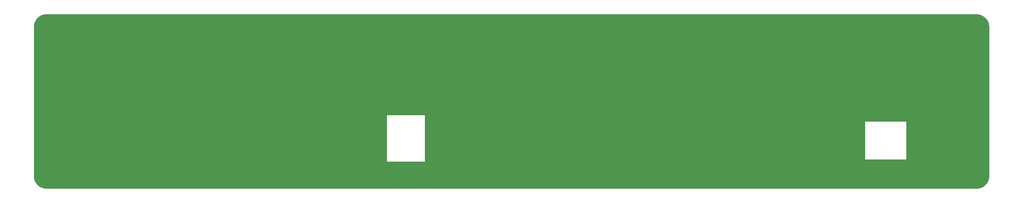
<source format=gbr>
%TF.GenerationSoftware,KiCad,Pcbnew,7.0.5-0*%
%TF.CreationDate,2024-02-04T17:42:31+01:00*%
%TF.ProjectId,Frontpanel,46726f6e-7470-4616-9e65-6c2e6b696361,rev?*%
%TF.SameCoordinates,Original*%
%TF.FileFunction,Copper,L1,Top*%
%TF.FilePolarity,Positive*%
%FSLAX46Y46*%
G04 Gerber Fmt 4.6, Leading zero omitted, Abs format (unit mm)*
G04 Created by KiCad (PCBNEW 7.0.5-0) date 2024-02-04 17:42:31*
%MOMM*%
%LPD*%
G01*
G04 APERTURE LIST*
%TA.AperFunction,ComponentPad*%
%ADD10C,10.200000*%
%TD*%
%TA.AperFunction,ComponentPad*%
%ADD11C,4.500000*%
%TD*%
%TA.AperFunction,ComponentPad*%
%ADD12C,4.100000*%
%TD*%
%TA.AperFunction,ComponentPad*%
%ADD13C,24.600000*%
%TD*%
%TA.AperFunction,ComponentPad*%
%ADD14C,5.600000*%
%TD*%
%TA.AperFunction,ViaPad*%
%ADD15C,4.500000*%
%TD*%
G04 APERTURE END LIST*
D10*
%TO.P,J4,1,Shield*%
%TO.N,GND*%
X208500000Y-86300000D03*
X208500000Y-100300000D03*
D11*
X217500000Y-93300000D03*
%TD*%
D10*
%TO.P,J3,1,Shield*%
%TO.N,GND*%
X183500000Y-86300000D03*
X183500000Y-100300000D03*
D11*
X192500000Y-93300000D03*
%TD*%
D12*
%TO.P,J2,1,Shield*%
%TO.N,GND*%
X81500000Y-79750000D03*
D13*
X91000000Y-91750000D03*
D12*
X100500000Y-103750000D03*
%TD*%
%TO.P,J1,1,Shield*%
%TO.N,GND*%
X54500000Y-79750000D03*
D13*
X64000000Y-91750000D03*
D12*
X73500000Y-103750000D03*
%TD*%
D14*
%TO.P,H4,1,1*%
%TO.N,GND*%
X250500000Y-110400000D03*
%TD*%
%TO.P,H1,1,1*%
%TO.N,GND*%
X30500000Y-110400000D03*
%TD*%
%TO.P,H2,1,1*%
%TO.N,GND*%
X30500000Y-75000000D03*
%TD*%
%TO.P,H3,1,1*%
%TO.N,GND*%
X250500000Y-75000000D03*
%TD*%
D15*
%TO.N,GND*%
X229000000Y-91000000D03*
%TD*%
%TA.AperFunction,Conductor*%
%TO.N,GND*%
G36*
X250501620Y-72000584D02*
G01*
X250633434Y-72007493D01*
X250817027Y-72017803D01*
X250823212Y-72018465D01*
X250975667Y-72042611D01*
X251138178Y-72070223D01*
X251143811Y-72071453D01*
X251296699Y-72112419D01*
X251398647Y-72141790D01*
X251451724Y-72157082D01*
X251456766Y-72158772D01*
X251605467Y-72215852D01*
X251606828Y-72216395D01*
X251754017Y-72277362D01*
X251758412Y-72279388D01*
X251833591Y-72317694D01*
X251900993Y-72352038D01*
X251902835Y-72353016D01*
X251969888Y-72390074D01*
X252041480Y-72429641D01*
X252045215Y-72431882D01*
X252179797Y-72519281D01*
X252181907Y-72520714D01*
X252252735Y-72570969D01*
X252310764Y-72612142D01*
X252313886Y-72614510D01*
X252438748Y-72715621D01*
X252441034Y-72717567D01*
X252558721Y-72822738D01*
X252561248Y-72825128D01*
X252674870Y-72938750D01*
X252677260Y-72941277D01*
X252782431Y-73058964D01*
X252784385Y-73061260D01*
X252885480Y-73186102D01*
X252887862Y-73189243D01*
X252979284Y-73318091D01*
X252980717Y-73320201D01*
X253021560Y-73383093D01*
X253068106Y-73454767D01*
X253070364Y-73458531D01*
X253146982Y-73597163D01*
X253147960Y-73599005D01*
X253220604Y-73741574D01*
X253222643Y-73745997D01*
X253283570Y-73893087D01*
X253284171Y-73894595D01*
X253341221Y-74043217D01*
X253342916Y-74048274D01*
X253387579Y-74203299D01*
X253428541Y-74356170D01*
X253429778Y-74361835D01*
X253457399Y-74524400D01*
X253481530Y-74676758D01*
X253482196Y-74682985D01*
X253492511Y-74866652D01*
X253499415Y-74998377D01*
X253499500Y-75001623D01*
X253499500Y-110398376D01*
X253499415Y-110401622D01*
X253492511Y-110533346D01*
X253482196Y-110717013D01*
X253481530Y-110723240D01*
X253457399Y-110875598D01*
X253429778Y-111038163D01*
X253428541Y-111043828D01*
X253387579Y-111196699D01*
X253342916Y-111351724D01*
X253341221Y-111356781D01*
X253284171Y-111505403D01*
X253283570Y-111506911D01*
X253222643Y-111654001D01*
X253220604Y-111658424D01*
X253147960Y-111800993D01*
X253146982Y-111802835D01*
X253070364Y-111941467D01*
X253068097Y-111945246D01*
X252980717Y-112079797D01*
X252979284Y-112081907D01*
X252887862Y-112210755D01*
X252885480Y-112213896D01*
X252784385Y-112338738D01*
X252782431Y-112341034D01*
X252677260Y-112458721D01*
X252674870Y-112461248D01*
X252561248Y-112574870D01*
X252558721Y-112577260D01*
X252441034Y-112682431D01*
X252438738Y-112684385D01*
X252313896Y-112785480D01*
X252310755Y-112787862D01*
X252181907Y-112879284D01*
X252179797Y-112880717D01*
X252045246Y-112968097D01*
X252041467Y-112970364D01*
X251902835Y-113046982D01*
X251900993Y-113047960D01*
X251758424Y-113120604D01*
X251754001Y-113122643D01*
X251606911Y-113183570D01*
X251605403Y-113184171D01*
X251456781Y-113241221D01*
X251451724Y-113242916D01*
X251296699Y-113287579D01*
X251143828Y-113328541D01*
X251138163Y-113329778D01*
X250975598Y-113357399D01*
X250823240Y-113381530D01*
X250817013Y-113382196D01*
X250633346Y-113392511D01*
X250501622Y-113399415D01*
X250498376Y-113399500D01*
X30501624Y-113399500D01*
X30498378Y-113399415D01*
X30366652Y-113392511D01*
X30182985Y-113382196D01*
X30176758Y-113381530D01*
X30024400Y-113357399D01*
X29861835Y-113329778D01*
X29856170Y-113328541D01*
X29703299Y-113287579D01*
X29548274Y-113242916D01*
X29543217Y-113241221D01*
X29394595Y-113184171D01*
X29393087Y-113183570D01*
X29245997Y-113122643D01*
X29241574Y-113120604D01*
X29099005Y-113047960D01*
X29097163Y-113046982D01*
X28958531Y-112970364D01*
X28954767Y-112968106D01*
X28880513Y-112919885D01*
X28820201Y-112880717D01*
X28818091Y-112879284D01*
X28689243Y-112787862D01*
X28686102Y-112785480D01*
X28561260Y-112684385D01*
X28558964Y-112682431D01*
X28441277Y-112577260D01*
X28438750Y-112574870D01*
X28325128Y-112461248D01*
X28322738Y-112458721D01*
X28217567Y-112341034D01*
X28215613Y-112338738D01*
X28176848Y-112290867D01*
X28114510Y-112213886D01*
X28112136Y-112210755D01*
X28020714Y-112081907D01*
X28019281Y-112079797D01*
X27991119Y-112036432D01*
X27931882Y-111945215D01*
X27929641Y-111941480D01*
X27890074Y-111869888D01*
X27853016Y-111802835D01*
X27852038Y-111800993D01*
X27817694Y-111733591D01*
X27779388Y-111658412D01*
X27777362Y-111654017D01*
X27716395Y-111506828D01*
X27715852Y-111505467D01*
X27658772Y-111356766D01*
X27657082Y-111351724D01*
X27641790Y-111298647D01*
X27612419Y-111196699D01*
X27571453Y-111043811D01*
X27570223Y-111038178D01*
X27542611Y-110875667D01*
X27518465Y-110723212D01*
X27517803Y-110717027D01*
X27507493Y-110533434D01*
X27500584Y-110401621D01*
X27500500Y-110398377D01*
X27500500Y-106975889D01*
X110999416Y-106975889D01*
X110999459Y-107000001D01*
X110999544Y-107000206D01*
X110999616Y-107000382D01*
X110999618Y-107000384D01*
X110999808Y-107000462D01*
X111000000Y-107000541D01*
X111000002Y-107000539D01*
X111024616Y-107000524D01*
X111024616Y-107000528D01*
X111024760Y-107000500D01*
X119975240Y-107000500D01*
X119975383Y-107000528D01*
X119975384Y-107000524D01*
X119999997Y-107000539D01*
X120000000Y-107000541D01*
X120000383Y-107000383D01*
X120000500Y-107000099D01*
X120000499Y-107000099D01*
X120000541Y-107000000D01*
X120000540Y-106999998D01*
X120006892Y-106985028D01*
X120000521Y-106964747D01*
X120000499Y-106962417D01*
X120000499Y-106475889D01*
X224099416Y-106475889D01*
X224099459Y-106500001D01*
X224099544Y-106500206D01*
X224099616Y-106500382D01*
X224099618Y-106500384D01*
X224099808Y-106500462D01*
X224100000Y-106500541D01*
X224100002Y-106500539D01*
X224124616Y-106500524D01*
X224124616Y-106500528D01*
X224124760Y-106500500D01*
X233875240Y-106500500D01*
X233875383Y-106500528D01*
X233875384Y-106500524D01*
X233899997Y-106500539D01*
X233900000Y-106500541D01*
X233900383Y-106500383D01*
X233900500Y-106500099D01*
X233900541Y-106500000D01*
X233900540Y-106499997D01*
X233900583Y-106475889D01*
X233900500Y-106475467D01*
X233900500Y-102018667D01*
X233900499Y-97524754D01*
X233900528Y-97524616D01*
X233900524Y-97524616D01*
X233900539Y-97500002D01*
X233900541Y-97500000D01*
X233900462Y-97499808D01*
X233900384Y-97499618D01*
X233900383Y-97499617D01*
X233900381Y-97499616D01*
X233900090Y-97499496D01*
X233900001Y-97499459D01*
X233875446Y-97499459D01*
X233875240Y-97499500D01*
X224124760Y-97499500D01*
X224124554Y-97499459D01*
X224099998Y-97499459D01*
X224099909Y-97499496D01*
X224099619Y-97499615D01*
X224099615Y-97499618D01*
X224099459Y-97499999D01*
X224099476Y-97524616D01*
X224099471Y-97524616D01*
X224099500Y-97524759D01*
X224099499Y-106475467D01*
X224099416Y-106475889D01*
X120000499Y-106475889D01*
X120000499Y-96008338D01*
X120000539Y-96000002D01*
X120000541Y-96000000D01*
X120000383Y-95999617D01*
X120000381Y-95999616D01*
X120000090Y-95999496D01*
X120000001Y-95999459D01*
X119975446Y-95999459D01*
X119975240Y-95999500D01*
X111024760Y-95999500D01*
X111024554Y-95999459D01*
X110999998Y-95999459D01*
X110999909Y-95999496D01*
X110999619Y-95999615D01*
X110999615Y-95999618D01*
X110999459Y-95999999D01*
X110999476Y-96024616D01*
X110999471Y-96024616D01*
X110999499Y-96024759D01*
X110999500Y-106975467D01*
X110999416Y-106975889D01*
X27500500Y-106975889D01*
X27500500Y-103749999D01*
X71944706Y-103749999D01*
X71950208Y-103819913D01*
X71947901Y-103830890D01*
X71953636Y-103866176D01*
X71954248Y-103871253D01*
X71954834Y-103878695D01*
X71955026Y-103883567D01*
X71955026Y-103913821D01*
X71958603Y-103926589D01*
X71963853Y-103993300D01*
X71963853Y-103993301D01*
X71980978Y-104064631D01*
X71980360Y-104076974D01*
X71992262Y-104112623D01*
X71993741Y-104117787D01*
X71995636Y-104125681D01*
X71996546Y-104130208D01*
X72001068Y-104158034D01*
X72005951Y-104168645D01*
X72020828Y-104230612D01*
X72020831Y-104230623D01*
X72050136Y-104301372D01*
X72051575Y-104314763D01*
X72069756Y-104349403D01*
X72072138Y-104354489D01*
X72075796Y-104363320D01*
X72077326Y-104367416D01*
X72085467Y-104391801D01*
X72091054Y-104400156D01*
X72114221Y-104456087D01*
X72155942Y-104524169D01*
X72159742Y-104538217D01*
X72184037Y-104570548D01*
X72187335Y-104575398D01*
X72193449Y-104585374D01*
X72195487Y-104588961D01*
X72206054Y-104609095D01*
X72211753Y-104615244D01*
X72239654Y-104660773D01*
X72241741Y-104664179D01*
X72295712Y-104727371D01*
X72302094Y-104741615D01*
X72332080Y-104770417D01*
X72336270Y-104774859D01*
X72345810Y-104786028D01*
X72348232Y-104789049D01*
X72359750Y-104804377D01*
X72364994Y-104808490D01*
X72400241Y-104849759D01*
X72465918Y-104905852D01*
X72475015Y-104919788D01*
X72510027Y-104943954D01*
X72515067Y-104947830D01*
X72529200Y-104959900D01*
X72531882Y-104962330D01*
X72542619Y-104972642D01*
X72546906Y-104975023D01*
X72580333Y-105003572D01*
X72585821Y-105008259D01*
X72585824Y-105008261D01*
X72585826Y-105008262D01*
X72662254Y-105055098D01*
X72674091Y-105068181D01*
X72713257Y-105086766D01*
X72719069Y-105089913D01*
X72739174Y-105102234D01*
X72742000Y-105104073D01*
X72749973Y-105109576D01*
X72752881Y-105110634D01*
X72793911Y-105135777D01*
X72793914Y-105135779D01*
X72879767Y-105171340D01*
X72894269Y-105183026D01*
X72936564Y-105195277D01*
X72943040Y-105197548D01*
X72965614Y-105206898D01*
X72970589Y-105208959D01*
X72973447Y-105210228D01*
X72976490Y-105211672D01*
X72977703Y-105211906D01*
X73019375Y-105229168D01*
X73019378Y-105229169D01*
X73019384Y-105229170D01*
X73019388Y-105229172D01*
X73112955Y-105251635D01*
X73129936Y-105261386D01*
X73174214Y-105266762D01*
X73181199Y-105268020D01*
X73256698Y-105286146D01*
X73355907Y-105293953D01*
X73375078Y-105301260D01*
X73420116Y-105299445D01*
X73427468Y-105299585D01*
X73500000Y-105305294D01*
X73602501Y-105297227D01*
X73623473Y-105301632D01*
X73668010Y-105292540D01*
X73675545Y-105291478D01*
X73743302Y-105286146D01*
X73846490Y-105261372D01*
X73868785Y-105262487D01*
X73911576Y-105246258D01*
X73919072Y-105243946D01*
X73980612Y-105229172D01*
X73980617Y-105229170D01*
X73980618Y-105229170D01*
X74081708Y-105187297D01*
X74104766Y-105184817D01*
X74144595Y-105161822D01*
X74151868Y-105158235D01*
X74189517Y-105142641D01*
X74206085Y-105135779D01*
X74206086Y-105135777D01*
X74206089Y-105135777D01*
X74302215Y-105076870D01*
X74325420Y-105070592D01*
X74361174Y-105041401D01*
X74367986Y-105036565D01*
X74404397Y-105014252D01*
X74414173Y-105008263D01*
X74414173Y-105008262D01*
X74414179Y-105008259D01*
X74502432Y-104932883D01*
X74525131Y-104922712D01*
X74555814Y-104888078D01*
X74561956Y-104882045D01*
X74599759Y-104849759D01*
X74758259Y-104664179D01*
X74885777Y-104456089D01*
X74979172Y-104230612D01*
X75036146Y-103993302D01*
X75055294Y-103750000D01*
X75055294Y-103749999D01*
X98944706Y-103749999D01*
X98950208Y-103819913D01*
X98947901Y-103830890D01*
X98953636Y-103866176D01*
X98954248Y-103871253D01*
X98954834Y-103878695D01*
X98955026Y-103883567D01*
X98955026Y-103913821D01*
X98958603Y-103926589D01*
X98963853Y-103993300D01*
X98963853Y-103993301D01*
X98980978Y-104064631D01*
X98980360Y-104076974D01*
X98992262Y-104112623D01*
X98993741Y-104117787D01*
X98995636Y-104125681D01*
X98996546Y-104130208D01*
X99001068Y-104158034D01*
X99005951Y-104168645D01*
X99020828Y-104230612D01*
X99020831Y-104230623D01*
X99050136Y-104301372D01*
X99051575Y-104314763D01*
X99069756Y-104349403D01*
X99072138Y-104354489D01*
X99075796Y-104363320D01*
X99077326Y-104367416D01*
X99085467Y-104391801D01*
X99091054Y-104400156D01*
X99114221Y-104456087D01*
X99155942Y-104524169D01*
X99159742Y-104538217D01*
X99184037Y-104570548D01*
X99187335Y-104575398D01*
X99193449Y-104585374D01*
X99195487Y-104588961D01*
X99206054Y-104609095D01*
X99211753Y-104615244D01*
X99239654Y-104660773D01*
X99241741Y-104664179D01*
X99295712Y-104727371D01*
X99302094Y-104741615D01*
X99332080Y-104770417D01*
X99336270Y-104774859D01*
X99345810Y-104786028D01*
X99348232Y-104789049D01*
X99359750Y-104804377D01*
X99364994Y-104808490D01*
X99400241Y-104849759D01*
X99465918Y-104905852D01*
X99475015Y-104919788D01*
X99510027Y-104943954D01*
X99515067Y-104947830D01*
X99529200Y-104959900D01*
X99531882Y-104962330D01*
X99542619Y-104972642D01*
X99546906Y-104975023D01*
X99580333Y-105003572D01*
X99585821Y-105008259D01*
X99585824Y-105008261D01*
X99585826Y-105008262D01*
X99662254Y-105055098D01*
X99674091Y-105068181D01*
X99713257Y-105086766D01*
X99719069Y-105089913D01*
X99739174Y-105102234D01*
X99742000Y-105104073D01*
X99749973Y-105109576D01*
X99752881Y-105110634D01*
X99793911Y-105135777D01*
X99793914Y-105135779D01*
X99879767Y-105171340D01*
X99894269Y-105183026D01*
X99936564Y-105195277D01*
X99943040Y-105197548D01*
X99965614Y-105206898D01*
X99970589Y-105208959D01*
X99973447Y-105210228D01*
X99976490Y-105211672D01*
X99977703Y-105211906D01*
X100019375Y-105229168D01*
X100019378Y-105229169D01*
X100019384Y-105229170D01*
X100019388Y-105229172D01*
X100112955Y-105251635D01*
X100129936Y-105261386D01*
X100174214Y-105266762D01*
X100181199Y-105268020D01*
X100256698Y-105286146D01*
X100355907Y-105293953D01*
X100375078Y-105301260D01*
X100420116Y-105299445D01*
X100427468Y-105299585D01*
X100500000Y-105305294D01*
X100602501Y-105297227D01*
X100623473Y-105301632D01*
X100668010Y-105292540D01*
X100675545Y-105291478D01*
X100743302Y-105286146D01*
X100846490Y-105261372D01*
X100868785Y-105262487D01*
X100911576Y-105246258D01*
X100919072Y-105243946D01*
X100980612Y-105229172D01*
X100980617Y-105229170D01*
X100980618Y-105229170D01*
X101081708Y-105187297D01*
X101104766Y-105184817D01*
X101144595Y-105161822D01*
X101151868Y-105158235D01*
X101189517Y-105142641D01*
X101206085Y-105135779D01*
X101206086Y-105135777D01*
X101206089Y-105135777D01*
X101302215Y-105076870D01*
X101325420Y-105070592D01*
X101361174Y-105041401D01*
X101367986Y-105036565D01*
X101404397Y-105014252D01*
X101414173Y-105008263D01*
X101414173Y-105008262D01*
X101414179Y-105008259D01*
X101502432Y-104932883D01*
X101525131Y-104922712D01*
X101555814Y-104888078D01*
X101561956Y-104882045D01*
X101599759Y-104849759D01*
X101758259Y-104664179D01*
X101885777Y-104456089D01*
X101979172Y-104230612D01*
X102036146Y-103993302D01*
X102055294Y-103750000D01*
X102036146Y-103506698D01*
X101979172Y-103269388D01*
X101927854Y-103145494D01*
X101885777Y-103043910D01*
X101758262Y-102835826D01*
X101758261Y-102835823D01*
X101599758Y-102650240D01*
X101561969Y-102617965D01*
X101555820Y-102611927D01*
X101530719Y-102583593D01*
X101502437Y-102567120D01*
X101414179Y-102491741D01*
X101414177Y-102491739D01*
X101414175Y-102491738D01*
X101414173Y-102491737D01*
X101368002Y-102463443D01*
X101361178Y-102458600D01*
X101331723Y-102434552D01*
X101302217Y-102423130D01*
X101206088Y-102364222D01*
X101206089Y-102364222D01*
X101151879Y-102341767D01*
X101144598Y-102338177D01*
X101111562Y-102319104D01*
X101081711Y-102312703D01*
X100980623Y-102270831D01*
X100980611Y-102270827D01*
X100919098Y-102256059D01*
X100911580Y-102253741D01*
X100875851Y-102240191D01*
X100846491Y-102238628D01*
X100743302Y-102213854D01*
X100743300Y-102213853D01*
X100743299Y-102213853D01*
X100675566Y-102208522D01*
X100668022Y-102207459D01*
X100630582Y-102199815D01*
X100602505Y-102202773D01*
X100529011Y-102196989D01*
X100500000Y-102194706D01*
X100499999Y-102194706D01*
X100427492Y-102200412D01*
X100420126Y-102200553D01*
X100382013Y-102199017D01*
X100355908Y-102206046D01*
X100256700Y-102213853D01*
X100256698Y-102213853D01*
X100181234Y-102231971D01*
X100174229Y-102233233D01*
X100136512Y-102237813D01*
X100112956Y-102248363D01*
X100019388Y-102270828D01*
X100019386Y-102270828D01*
X100019381Y-102270830D01*
X99977699Y-102288095D01*
X99976763Y-102288195D01*
X99973411Y-102289786D01*
X99970561Y-102291051D01*
X99943054Y-102302445D01*
X99936573Y-102304718D01*
X99900316Y-102315220D01*
X99879769Y-102328659D01*
X99793910Y-102364223D01*
X99793908Y-102364223D01*
X99752879Y-102389366D01*
X99750617Y-102389977D01*
X99741996Y-102395928D01*
X99739172Y-102397766D01*
X99719085Y-102410075D01*
X99713266Y-102413228D01*
X99679479Y-102429260D01*
X99662257Y-102444900D01*
X99585823Y-102491739D01*
X99546905Y-102524978D01*
X99543512Y-102526498D01*
X99531871Y-102537679D01*
X99529188Y-102540109D01*
X99515078Y-102552161D01*
X99510029Y-102556043D01*
X99479640Y-102577019D01*
X99465919Y-102594146D01*
X99400240Y-102650241D01*
X99364993Y-102691510D01*
X99360764Y-102694270D01*
X99348216Y-102710968D01*
X99345796Y-102713987D01*
X99336285Y-102725123D01*
X99332086Y-102729575D01*
X99305897Y-102754730D01*
X99295714Y-102772627D01*
X99241738Y-102835824D01*
X99211752Y-102884756D01*
X99207046Y-102889012D01*
X99195487Y-102911036D01*
X99193455Y-102914613D01*
X99187350Y-102924578D01*
X99184048Y-102929436D01*
X99162692Y-102957855D01*
X99155943Y-102975829D01*
X99114221Y-103043913D01*
X99091053Y-103099844D01*
X99086278Y-103105768D01*
X99077325Y-103132584D01*
X99075799Y-103136671D01*
X99072145Y-103145494D01*
X99069760Y-103150588D01*
X99053687Y-103181212D01*
X99050137Y-103198626D01*
X99020831Y-103269376D01*
X99020827Y-103269388D01*
X99005951Y-103331350D01*
X99001546Y-103339020D01*
X98996546Y-103369786D01*
X98995640Y-103374298D01*
X98994641Y-103378462D01*
X98993742Y-103382204D01*
X98992265Y-103387366D01*
X98981681Y-103419065D01*
X98980979Y-103435369D01*
X98963853Y-103506700D01*
X98958603Y-103573409D01*
X98955026Y-103582793D01*
X98955026Y-103616434D01*
X98954834Y-103621310D01*
X98954247Y-103628749D01*
X98953636Y-103633822D01*
X98948507Y-103665377D01*
X98950208Y-103680085D01*
X98944706Y-103749999D01*
X75055294Y-103749999D01*
X75036146Y-103506698D01*
X74979172Y-103269388D01*
X74927854Y-103145494D01*
X74885777Y-103043910D01*
X74758262Y-102835826D01*
X74758261Y-102835823D01*
X74599758Y-102650240D01*
X74561969Y-102617965D01*
X74555820Y-102611927D01*
X74530719Y-102583593D01*
X74502437Y-102567120D01*
X74414179Y-102491741D01*
X74414177Y-102491739D01*
X74414175Y-102491738D01*
X74414173Y-102491737D01*
X74368002Y-102463443D01*
X74361178Y-102458600D01*
X74331723Y-102434552D01*
X74302217Y-102423130D01*
X74206088Y-102364222D01*
X74206089Y-102364222D01*
X74151879Y-102341767D01*
X74144598Y-102338177D01*
X74111562Y-102319104D01*
X74081711Y-102312703D01*
X73980623Y-102270831D01*
X73980611Y-102270827D01*
X73919098Y-102256059D01*
X73911580Y-102253741D01*
X73875851Y-102240191D01*
X73846491Y-102238628D01*
X73743302Y-102213854D01*
X73743300Y-102213853D01*
X73743299Y-102213853D01*
X73675566Y-102208522D01*
X73668022Y-102207459D01*
X73630582Y-102199815D01*
X73602505Y-102202773D01*
X73529011Y-102196989D01*
X73500000Y-102194706D01*
X73499999Y-102194706D01*
X73427492Y-102200412D01*
X73420126Y-102200553D01*
X73382013Y-102199017D01*
X73355908Y-102206046D01*
X73256700Y-102213853D01*
X73256698Y-102213853D01*
X73181234Y-102231971D01*
X73174229Y-102233233D01*
X73136512Y-102237813D01*
X73112956Y-102248363D01*
X73019388Y-102270828D01*
X73019386Y-102270828D01*
X73019381Y-102270830D01*
X72977699Y-102288095D01*
X72976763Y-102288195D01*
X72973411Y-102289786D01*
X72970561Y-102291051D01*
X72943054Y-102302445D01*
X72936573Y-102304718D01*
X72900316Y-102315220D01*
X72879769Y-102328659D01*
X72793910Y-102364223D01*
X72793908Y-102364223D01*
X72752879Y-102389366D01*
X72750617Y-102389977D01*
X72741996Y-102395928D01*
X72739172Y-102397766D01*
X72719085Y-102410075D01*
X72713266Y-102413228D01*
X72679479Y-102429260D01*
X72662257Y-102444900D01*
X72585823Y-102491739D01*
X72546905Y-102524978D01*
X72543512Y-102526498D01*
X72531871Y-102537679D01*
X72529188Y-102540109D01*
X72515078Y-102552161D01*
X72510029Y-102556043D01*
X72479640Y-102577019D01*
X72465919Y-102594146D01*
X72400240Y-102650241D01*
X72364993Y-102691510D01*
X72360764Y-102694270D01*
X72348216Y-102710968D01*
X72345796Y-102713987D01*
X72336285Y-102725123D01*
X72332086Y-102729575D01*
X72305897Y-102754730D01*
X72295714Y-102772627D01*
X72241738Y-102835824D01*
X72211752Y-102884756D01*
X72207046Y-102889012D01*
X72195487Y-102911036D01*
X72193455Y-102914613D01*
X72187350Y-102924578D01*
X72184048Y-102929436D01*
X72162692Y-102957855D01*
X72155943Y-102975829D01*
X72114221Y-103043913D01*
X72091053Y-103099844D01*
X72086278Y-103105768D01*
X72077325Y-103132584D01*
X72075799Y-103136671D01*
X72072145Y-103145494D01*
X72069760Y-103150588D01*
X72053687Y-103181212D01*
X72050137Y-103198626D01*
X72020831Y-103269376D01*
X72020827Y-103269388D01*
X72005951Y-103331350D01*
X72001546Y-103339020D01*
X71996546Y-103369786D01*
X71995640Y-103374298D01*
X71994641Y-103378462D01*
X71993742Y-103382204D01*
X71992265Y-103387366D01*
X71981681Y-103419065D01*
X71980979Y-103435369D01*
X71963853Y-103506700D01*
X71958603Y-103573409D01*
X71955026Y-103582793D01*
X71955026Y-103616434D01*
X71954834Y-103621310D01*
X71954247Y-103628749D01*
X71953636Y-103633822D01*
X71948507Y-103665377D01*
X71950208Y-103680085D01*
X71944706Y-103749999D01*
X27500500Y-103749999D01*
X27500500Y-91799999D01*
X52194506Y-91799999D01*
X52214479Y-92486433D01*
X52214479Y-92486437D01*
X52274329Y-93170513D01*
X52274331Y-93170536D01*
X52373860Y-93850017D01*
X52512726Y-94522539D01*
X52690457Y-95185841D01*
X52690464Y-95185865D01*
X52906459Y-95837704D01*
X53159061Y-96473543D01*
X53160005Y-96475917D01*
X53450225Y-97098296D01*
X53450231Y-97098308D01*
X53450236Y-97098317D01*
X53776135Y-97702735D01*
X53776147Y-97702757D01*
X54136640Y-98287204D01*
X54136650Y-98287218D01*
X54136654Y-98287225D01*
X54530539Y-98849752D01*
X54939427Y-99366875D01*
X54956463Y-99388420D01*
X55412997Y-99901424D01*
X55413013Y-99901441D01*
X55898558Y-100386986D01*
X55898575Y-100387002D01*
X55898578Y-100387005D01*
X56411575Y-100843533D01*
X56950248Y-101269461D01*
X57512775Y-101663346D01*
X57512785Y-101663352D01*
X57512795Y-101663359D01*
X58097242Y-102023852D01*
X58097253Y-102023858D01*
X58701704Y-102349775D01*
X59324083Y-102639995D01*
X59962283Y-102893536D01*
X59962294Y-102893539D01*
X59962295Y-102893540D01*
X60156388Y-102957855D01*
X60614146Y-103109539D01*
X61277466Y-103287275D01*
X61949997Y-103426142D01*
X62629466Y-103525669D01*
X63313572Y-103585521D01*
X64000000Y-103605494D01*
X64686428Y-103585521D01*
X65370534Y-103525669D01*
X66050003Y-103426142D01*
X66722534Y-103287275D01*
X67385854Y-103109539D01*
X68037717Y-102893536D01*
X68675917Y-102639995D01*
X69298296Y-102349775D01*
X69902747Y-102023858D01*
X70487225Y-101663346D01*
X71049752Y-101269461D01*
X71588425Y-100843533D01*
X72101422Y-100387005D01*
X72587005Y-99901422D01*
X73043533Y-99388425D01*
X73469461Y-98849752D01*
X73863346Y-98287225D01*
X74223858Y-97702747D01*
X74549775Y-97098296D01*
X74839995Y-96475917D01*
X75093536Y-95837717D01*
X75309539Y-95185854D01*
X75487275Y-94522534D01*
X75626142Y-93850003D01*
X75725669Y-93170534D01*
X75785521Y-92486428D01*
X75805494Y-91800000D01*
X75805494Y-91799999D01*
X79194506Y-91799999D01*
X79214479Y-92486433D01*
X79214479Y-92486437D01*
X79274329Y-93170513D01*
X79274331Y-93170536D01*
X79373860Y-93850017D01*
X79512726Y-94522539D01*
X79690457Y-95185841D01*
X79690464Y-95185865D01*
X79906459Y-95837704D01*
X80159061Y-96473543D01*
X80160005Y-96475917D01*
X80450225Y-97098296D01*
X80450231Y-97098308D01*
X80450236Y-97098317D01*
X80776135Y-97702735D01*
X80776147Y-97702757D01*
X81136640Y-98287204D01*
X81136650Y-98287218D01*
X81136654Y-98287225D01*
X81530539Y-98849752D01*
X81939427Y-99366875D01*
X81956463Y-99388420D01*
X82412997Y-99901424D01*
X82413013Y-99901441D01*
X82898558Y-100386986D01*
X82898575Y-100387002D01*
X82898578Y-100387005D01*
X83411575Y-100843533D01*
X83950248Y-101269461D01*
X84512775Y-101663346D01*
X84512785Y-101663352D01*
X84512795Y-101663359D01*
X85097242Y-102023852D01*
X85097253Y-102023858D01*
X85701704Y-102349775D01*
X86324083Y-102639995D01*
X86962283Y-102893536D01*
X86962294Y-102893539D01*
X86962295Y-102893540D01*
X87156388Y-102957855D01*
X87614146Y-103109539D01*
X88277466Y-103287275D01*
X88949997Y-103426142D01*
X89629466Y-103525669D01*
X90313572Y-103585521D01*
X91000000Y-103605494D01*
X91686428Y-103585521D01*
X92370534Y-103525669D01*
X93050003Y-103426142D01*
X93722534Y-103287275D01*
X94385854Y-103109539D01*
X95037717Y-102893536D01*
X95675917Y-102639995D01*
X96298296Y-102349775D01*
X96902747Y-102023858D01*
X97487225Y-101663346D01*
X98049752Y-101269461D01*
X98588425Y-100843533D01*
X99101422Y-100387005D01*
X99587005Y-99901422D01*
X100043533Y-99388425D01*
X100469461Y-98849752D01*
X100863346Y-98287225D01*
X101223858Y-97702747D01*
X101549775Y-97098296D01*
X101839995Y-96475917D01*
X102093536Y-95837717D01*
X102309539Y-95185854D01*
X102487275Y-94522534D01*
X102626142Y-93850003D01*
X102725669Y-93170534D01*
X102785521Y-92486428D01*
X102805494Y-91800000D01*
X102785521Y-91113572D01*
X102775585Y-91000004D01*
X227744723Y-91000004D01*
X227749179Y-91050946D01*
X227746427Y-91064636D01*
X227753540Y-91103830D01*
X227754297Y-91109454D01*
X227754509Y-91111857D01*
X227754794Y-91115118D01*
X227755032Y-91120518D01*
X227755032Y-91154324D01*
X227759622Y-91170302D01*
X227763793Y-91217976D01*
X227777882Y-91270556D01*
X227777517Y-91285845D01*
X227792050Y-91324565D01*
X227793895Y-91330318D01*
X227795549Y-91336497D01*
X227796663Y-91341464D01*
X227802383Y-91372985D01*
X227808882Y-91386252D01*
X227820423Y-91429322D01*
X227820425Y-91429330D01*
X227844827Y-91481660D01*
X227847315Y-91498047D01*
X227869156Y-91534602D01*
X227872118Y-91540189D01*
X227873934Y-91544081D01*
X227875495Y-91547429D01*
X227877347Y-91551837D01*
X227887839Y-91579794D01*
X227895424Y-91590167D01*
X227912898Y-91627639D01*
X227912901Y-91627643D01*
X227947918Y-91677654D01*
X227953611Y-91694535D01*
X227982292Y-91727364D01*
X227986386Y-91732590D01*
X227992352Y-91741111D01*
X227994783Y-91744864D01*
X228008685Y-91768132D01*
X228016538Y-91775652D01*
X228038402Y-91806877D01*
X228083929Y-91852404D01*
X228093047Y-91869103D01*
X228127758Y-91896784D01*
X228132946Y-91901421D01*
X228142663Y-91911138D01*
X228145514Y-91914187D01*
X228161081Y-91932005D01*
X228168428Y-91936903D01*
X228193123Y-91961598D01*
X228248599Y-92000443D01*
X228261209Y-92016218D01*
X228300856Y-92037553D01*
X228307036Y-92041361D01*
X228322002Y-92051840D01*
X228325069Y-92054134D01*
X228340190Y-92066193D01*
X228346336Y-92068879D01*
X228372361Y-92087102D01*
X228436770Y-92117136D01*
X228452781Y-92131234D01*
X228496075Y-92145301D01*
X228503116Y-92148074D01*
X228524025Y-92157824D01*
X228524889Y-92158227D01*
X228528067Y-92159821D01*
X228540304Y-92166406D01*
X228544696Y-92167463D01*
X228570663Y-92179572D01*
X228570665Y-92179572D01*
X228570670Y-92179575D01*
X228570675Y-92179576D01*
X228570677Y-92179577D01*
X228642553Y-92198836D01*
X228661711Y-92210513D01*
X228707188Y-92216673D01*
X228714917Y-92218226D01*
X228745275Y-92226360D01*
X228748382Y-92227280D01*
X228755033Y-92229441D01*
X228757282Y-92229577D01*
X228782023Y-92236207D01*
X228859497Y-92242984D01*
X228881390Y-92251548D01*
X228927504Y-92249477D01*
X228935690Y-92249650D01*
X228976493Y-92253220D01*
X228977350Y-92253316D01*
X228977450Y-92253304D01*
X229000000Y-92255277D01*
X229080828Y-92248205D01*
X229104896Y-92253042D01*
X229150065Y-92242733D01*
X229158452Y-92241414D01*
X229217977Y-92236207D01*
X229429330Y-92179575D01*
X229627639Y-92087102D01*
X229806877Y-91961598D01*
X229961598Y-91806877D01*
X230087102Y-91627639D01*
X230179575Y-91429330D01*
X230236207Y-91217977D01*
X230255277Y-91000000D01*
X230255276Y-90999994D01*
X230246207Y-90896329D01*
X230236207Y-90782023D01*
X230201548Y-90652675D01*
X230179577Y-90570677D01*
X230179576Y-90570676D01*
X230179575Y-90570670D01*
X230087102Y-90372362D01*
X230087100Y-90372359D01*
X230087099Y-90372357D01*
X229961599Y-90193124D01*
X229895364Y-90126889D01*
X229806877Y-90038402D01*
X229668978Y-89941844D01*
X229627638Y-89912897D01*
X229502818Y-89854693D01*
X229429330Y-89820425D01*
X229429326Y-89820424D01*
X229429322Y-89820422D01*
X229217977Y-89763793D01*
X229158478Y-89758587D01*
X229150076Y-89757267D01*
X229113004Y-89748805D01*
X229080829Y-89751794D01*
X229000002Y-89744723D01*
X228999993Y-89744723D01*
X228977447Y-89746695D01*
X228977370Y-89746679D01*
X228976415Y-89746786D01*
X228935709Y-89750347D01*
X228927515Y-89750521D01*
X228889340Y-89748806D01*
X228859501Y-89757014D01*
X228782023Y-89763793D01*
X228782017Y-89763794D01*
X228757281Y-89770422D01*
X228755572Y-89770381D01*
X228748352Y-89772727D01*
X228745243Y-89773648D01*
X228714935Y-89781769D01*
X228707202Y-89783322D01*
X228669240Y-89788464D01*
X228642556Y-89801163D01*
X228570674Y-89820423D01*
X228570667Y-89820426D01*
X228544693Y-89832538D01*
X228541306Y-89833052D01*
X228528040Y-89840191D01*
X228524863Y-89841785D01*
X228503134Y-89851917D01*
X228496086Y-89854693D01*
X228459645Y-89866533D01*
X228436774Y-89882862D01*
X228372359Y-89912899D01*
X228346334Y-89931122D01*
X228341519Y-89932745D01*
X228325057Y-89945873D01*
X228321963Y-89948187D01*
X228307053Y-89958628D01*
X228300865Y-89962440D01*
X228267218Y-89980546D01*
X228248600Y-89999555D01*
X228193125Y-90038399D01*
X228168426Y-90063098D01*
X228162560Y-90066300D01*
X228145512Y-90085813D01*
X228142662Y-90088862D01*
X228132942Y-90098581D01*
X228127755Y-90103217D01*
X228098070Y-90126889D01*
X228083931Y-90147592D01*
X228038404Y-90193119D01*
X228016537Y-90224348D01*
X228010105Y-90229488D01*
X227994783Y-90255133D01*
X227992348Y-90258893D01*
X227986396Y-90267394D01*
X227982296Y-90272629D01*
X227957573Y-90300926D01*
X227947920Y-90322344D01*
X227912899Y-90372359D01*
X227912897Y-90372363D01*
X227895424Y-90409833D01*
X227888991Y-90417138D01*
X227877344Y-90448170D01*
X227875486Y-90452590D01*
X227874677Y-90454324D01*
X227872119Y-90459808D01*
X227869158Y-90465391D01*
X227850186Y-90497145D01*
X227844828Y-90518338D01*
X227820424Y-90570672D01*
X227820421Y-90570680D01*
X227808881Y-90613747D01*
X227803056Y-90623301D01*
X227796665Y-90658521D01*
X227795559Y-90663460D01*
X227794438Y-90667653D01*
X227793900Y-90669660D01*
X227792057Y-90675415D01*
X227779331Y-90709322D01*
X227777882Y-90729439D01*
X227763794Y-90782017D01*
X227763793Y-90782023D01*
X227759622Y-90829696D01*
X227755032Y-90841430D01*
X227755032Y-90879637D01*
X227754781Y-90885030D01*
X227754525Y-90887951D01*
X227754239Y-90891019D01*
X227753511Y-90896329D01*
X227747268Y-90930730D01*
X227749179Y-90949052D01*
X227744723Y-90999994D01*
X227744723Y-91000004D01*
X102775585Y-91000004D01*
X102725669Y-90429466D01*
X102626142Y-89749997D01*
X102487275Y-89077466D01*
X102309539Y-88414146D01*
X102093536Y-87762283D01*
X101839995Y-87124083D01*
X101549775Y-86501704D01*
X101223858Y-85897253D01*
X101223852Y-85897242D01*
X100863359Y-85312795D01*
X100863348Y-85312779D01*
X100863346Y-85312775D01*
X100469461Y-84750248D01*
X100043533Y-84211575D01*
X99587005Y-83698578D01*
X99587002Y-83698575D01*
X99586986Y-83698558D01*
X99101441Y-83213013D01*
X99101424Y-83212997D01*
X99101422Y-83212995D01*
X98588425Y-82756467D01*
X98049752Y-82330539D01*
X97487225Y-81936654D01*
X97487218Y-81936650D01*
X97487204Y-81936640D01*
X96902757Y-81576147D01*
X96902735Y-81576135D01*
X96298317Y-81250236D01*
X96298308Y-81250231D01*
X96298296Y-81250225D01*
X95980928Y-81102234D01*
X95675928Y-80960010D01*
X95675924Y-80960008D01*
X95675917Y-80960005D01*
X95675910Y-80960002D01*
X95675898Y-80959997D01*
X95037704Y-80706459D01*
X94385865Y-80490464D01*
X94385841Y-80490457D01*
X93722539Y-80312726D01*
X93050017Y-80173860D01*
X92370536Y-80074331D01*
X92370513Y-80074329D01*
X91686435Y-80014479D01*
X91085803Y-79997002D01*
X91000000Y-79994506D01*
X90999999Y-79994506D01*
X90313566Y-80014479D01*
X90313562Y-80014479D01*
X89629486Y-80074329D01*
X89629463Y-80074331D01*
X88949982Y-80173860D01*
X88277460Y-80312726D01*
X87614158Y-80490457D01*
X87614134Y-80490464D01*
X86962295Y-80706459D01*
X86324101Y-80959997D01*
X86324071Y-80960010D01*
X85701716Y-81250219D01*
X85701682Y-81250236D01*
X85097264Y-81576135D01*
X85097242Y-81576147D01*
X84512795Y-81936640D01*
X84512779Y-81936651D01*
X83950256Y-82330533D01*
X83950251Y-82330536D01*
X83950248Y-82330539D01*
X83799423Y-82449795D01*
X83411579Y-82756463D01*
X82898575Y-83212997D01*
X82898558Y-83213013D01*
X82413013Y-83698558D01*
X82412997Y-83698575D01*
X81956463Y-84211579D01*
X81530533Y-84750256D01*
X81136651Y-85312779D01*
X81136640Y-85312795D01*
X80776147Y-85897242D01*
X80776135Y-85897264D01*
X80450236Y-86501682D01*
X80450219Y-86501716D01*
X80160010Y-87124071D01*
X80159997Y-87124101D01*
X79906459Y-87762295D01*
X79690464Y-88414134D01*
X79690457Y-88414158D01*
X79512726Y-89077460D01*
X79373860Y-89749982D01*
X79274331Y-90429463D01*
X79274329Y-90429486D01*
X79214479Y-91113562D01*
X79214479Y-91113566D01*
X79194506Y-91799999D01*
X75805494Y-91799999D01*
X75785521Y-91113572D01*
X75725669Y-90429466D01*
X75626142Y-89749997D01*
X75487275Y-89077466D01*
X75309539Y-88414146D01*
X75093536Y-87762283D01*
X74839995Y-87124083D01*
X74549775Y-86501704D01*
X74223858Y-85897253D01*
X74223852Y-85897242D01*
X73863359Y-85312795D01*
X73863348Y-85312779D01*
X73863346Y-85312775D01*
X73469461Y-84750248D01*
X73043533Y-84211575D01*
X72587005Y-83698578D01*
X72587002Y-83698575D01*
X72586986Y-83698558D01*
X72101441Y-83213013D01*
X72101424Y-83212997D01*
X72101422Y-83212995D01*
X71588425Y-82756467D01*
X71049752Y-82330539D01*
X70487225Y-81936654D01*
X70487218Y-81936650D01*
X70487204Y-81936640D01*
X69902757Y-81576147D01*
X69902735Y-81576135D01*
X69298317Y-81250236D01*
X69298308Y-81250231D01*
X69298296Y-81250225D01*
X68980928Y-81102234D01*
X68675928Y-80960010D01*
X68675924Y-80960008D01*
X68675917Y-80960005D01*
X68675910Y-80960002D01*
X68675898Y-80959997D01*
X68037704Y-80706459D01*
X67385865Y-80490464D01*
X67385841Y-80490457D01*
X66722539Y-80312726D01*
X66050017Y-80173860D01*
X65370536Y-80074331D01*
X65370513Y-80074329D01*
X64686435Y-80014479D01*
X64000000Y-79994506D01*
X63313566Y-80014479D01*
X63313562Y-80014479D01*
X62629486Y-80074329D01*
X62629463Y-80074331D01*
X61949982Y-80173860D01*
X61277460Y-80312726D01*
X60614158Y-80490457D01*
X60614134Y-80490464D01*
X59962295Y-80706459D01*
X59324101Y-80959997D01*
X59324071Y-80960010D01*
X58701716Y-81250219D01*
X58701682Y-81250236D01*
X58097264Y-81576135D01*
X58097242Y-81576147D01*
X57512795Y-81936640D01*
X57512779Y-81936651D01*
X56950256Y-82330533D01*
X56950251Y-82330536D01*
X56950248Y-82330539D01*
X56799423Y-82449795D01*
X56411579Y-82756463D01*
X55898575Y-83212997D01*
X55898558Y-83213013D01*
X55413013Y-83698558D01*
X55412997Y-83698575D01*
X54956463Y-84211579D01*
X54530533Y-84750256D01*
X54136651Y-85312779D01*
X54136640Y-85312795D01*
X53776147Y-85897242D01*
X53776135Y-85897264D01*
X53450236Y-86501682D01*
X53450219Y-86501716D01*
X53160010Y-87124071D01*
X53159997Y-87124101D01*
X52906459Y-87762295D01*
X52690464Y-88414134D01*
X52690457Y-88414158D01*
X52512726Y-89077460D01*
X52373860Y-89749982D01*
X52274331Y-90429463D01*
X52274329Y-90429486D01*
X52214479Y-91113562D01*
X52214479Y-91113566D01*
X52194506Y-91799999D01*
X27500500Y-91799999D01*
X27500500Y-79749999D01*
X52944706Y-79749999D01*
X52950208Y-79819913D01*
X52947901Y-79830890D01*
X52953636Y-79866176D01*
X52954248Y-79871253D01*
X52954834Y-79878695D01*
X52955026Y-79883567D01*
X52955026Y-79913821D01*
X52958603Y-79926589D01*
X52963853Y-79993300D01*
X52963853Y-79993301D01*
X52980978Y-80064631D01*
X52980360Y-80076974D01*
X52992262Y-80112623D01*
X52993741Y-80117787D01*
X52995636Y-80125681D01*
X52996546Y-80130208D01*
X53001068Y-80158034D01*
X53005951Y-80168645D01*
X53020828Y-80230612D01*
X53020831Y-80230623D01*
X53050136Y-80301372D01*
X53051575Y-80314763D01*
X53069756Y-80349403D01*
X53072138Y-80354489D01*
X53075796Y-80363320D01*
X53077326Y-80367416D01*
X53085467Y-80391801D01*
X53091054Y-80400156D01*
X53114221Y-80456087D01*
X53155942Y-80524169D01*
X53159742Y-80538217D01*
X53184037Y-80570548D01*
X53187335Y-80575398D01*
X53193449Y-80585374D01*
X53195487Y-80588961D01*
X53206054Y-80609095D01*
X53211753Y-80615244D01*
X53239654Y-80660773D01*
X53241741Y-80664179D01*
X53277856Y-80706464D01*
X53295712Y-80727371D01*
X53302094Y-80741615D01*
X53332080Y-80770417D01*
X53336270Y-80774859D01*
X53345810Y-80786028D01*
X53348232Y-80789049D01*
X53359750Y-80804377D01*
X53364994Y-80808490D01*
X53400241Y-80849759D01*
X53465918Y-80905852D01*
X53475015Y-80919788D01*
X53510027Y-80943954D01*
X53515067Y-80947830D01*
X53529200Y-80959900D01*
X53531882Y-80962330D01*
X53542619Y-80972642D01*
X53546906Y-80975023D01*
X53580333Y-81003572D01*
X53585821Y-81008259D01*
X53585824Y-81008261D01*
X53585826Y-81008262D01*
X53662254Y-81055098D01*
X53674091Y-81068181D01*
X53713257Y-81086766D01*
X53719069Y-81089913D01*
X53739174Y-81102234D01*
X53742000Y-81104073D01*
X53749973Y-81109576D01*
X53752881Y-81110634D01*
X53793911Y-81135777D01*
X53793914Y-81135779D01*
X53879767Y-81171340D01*
X53894269Y-81183026D01*
X53936564Y-81195277D01*
X53943040Y-81197548D01*
X53965614Y-81206898D01*
X53970589Y-81208959D01*
X53973447Y-81210228D01*
X53976490Y-81211672D01*
X53977703Y-81211906D01*
X54019375Y-81229168D01*
X54019378Y-81229169D01*
X54019384Y-81229170D01*
X54019388Y-81229172D01*
X54112955Y-81251635D01*
X54129936Y-81261386D01*
X54174214Y-81266762D01*
X54181199Y-81268020D01*
X54256698Y-81286146D01*
X54355907Y-81293953D01*
X54375078Y-81301260D01*
X54420116Y-81299445D01*
X54427468Y-81299585D01*
X54500000Y-81305294D01*
X54602501Y-81297227D01*
X54623473Y-81301632D01*
X54668010Y-81292540D01*
X54675545Y-81291478D01*
X54743302Y-81286146D01*
X54846490Y-81261372D01*
X54868785Y-81262487D01*
X54911576Y-81246258D01*
X54919072Y-81243946D01*
X54980612Y-81229172D01*
X54980617Y-81229170D01*
X54980618Y-81229170D01*
X55081708Y-81187297D01*
X55104766Y-81184817D01*
X55144595Y-81161822D01*
X55151868Y-81158235D01*
X55189517Y-81142641D01*
X55206085Y-81135779D01*
X55206086Y-81135777D01*
X55206089Y-81135777D01*
X55302215Y-81076870D01*
X55325420Y-81070592D01*
X55361174Y-81041401D01*
X55367986Y-81036565D01*
X55404397Y-81014252D01*
X55414173Y-81008263D01*
X55414173Y-81008262D01*
X55414179Y-81008259D01*
X55502432Y-80932883D01*
X55525131Y-80922712D01*
X55555814Y-80888078D01*
X55561956Y-80882045D01*
X55599759Y-80849759D01*
X55758259Y-80664179D01*
X55885777Y-80456089D01*
X55979172Y-80230612D01*
X56036146Y-79993302D01*
X56055294Y-79750000D01*
X56055294Y-79749999D01*
X79944706Y-79749999D01*
X79950208Y-79819913D01*
X79947901Y-79830890D01*
X79953636Y-79866176D01*
X79954248Y-79871253D01*
X79954834Y-79878695D01*
X79955026Y-79883567D01*
X79955026Y-79913821D01*
X79958603Y-79926589D01*
X79963853Y-79993300D01*
X79963853Y-79993301D01*
X79980978Y-80064631D01*
X79980360Y-80076974D01*
X79992262Y-80112623D01*
X79993741Y-80117787D01*
X79995636Y-80125681D01*
X79996546Y-80130208D01*
X80001068Y-80158034D01*
X80005951Y-80168645D01*
X80020828Y-80230612D01*
X80020831Y-80230623D01*
X80050136Y-80301372D01*
X80051575Y-80314763D01*
X80069756Y-80349403D01*
X80072138Y-80354489D01*
X80075796Y-80363320D01*
X80077326Y-80367416D01*
X80085467Y-80391801D01*
X80091054Y-80400156D01*
X80114221Y-80456087D01*
X80155942Y-80524169D01*
X80159742Y-80538217D01*
X80184037Y-80570548D01*
X80187335Y-80575398D01*
X80193449Y-80585374D01*
X80195487Y-80588961D01*
X80206054Y-80609095D01*
X80211753Y-80615244D01*
X80239654Y-80660773D01*
X80241741Y-80664179D01*
X80277856Y-80706464D01*
X80295712Y-80727371D01*
X80302094Y-80741615D01*
X80332080Y-80770417D01*
X80336270Y-80774859D01*
X80345810Y-80786028D01*
X80348232Y-80789049D01*
X80359750Y-80804377D01*
X80364994Y-80808490D01*
X80400241Y-80849759D01*
X80465918Y-80905852D01*
X80475015Y-80919788D01*
X80510027Y-80943954D01*
X80515067Y-80947830D01*
X80529200Y-80959900D01*
X80531882Y-80962330D01*
X80542619Y-80972642D01*
X80546906Y-80975023D01*
X80580333Y-81003572D01*
X80585821Y-81008259D01*
X80585824Y-81008261D01*
X80585826Y-81008262D01*
X80662254Y-81055098D01*
X80674091Y-81068181D01*
X80713257Y-81086766D01*
X80719069Y-81089913D01*
X80739174Y-81102234D01*
X80742000Y-81104073D01*
X80749973Y-81109576D01*
X80752881Y-81110634D01*
X80793911Y-81135777D01*
X80793914Y-81135779D01*
X80879767Y-81171340D01*
X80894269Y-81183026D01*
X80936564Y-81195277D01*
X80943040Y-81197548D01*
X80965614Y-81206898D01*
X80970589Y-81208959D01*
X80973447Y-81210228D01*
X80976490Y-81211672D01*
X80977703Y-81211906D01*
X81019375Y-81229168D01*
X81019378Y-81229169D01*
X81019384Y-81229170D01*
X81019388Y-81229172D01*
X81112955Y-81251635D01*
X81129936Y-81261386D01*
X81174214Y-81266762D01*
X81181199Y-81268020D01*
X81256698Y-81286146D01*
X81355907Y-81293953D01*
X81375078Y-81301260D01*
X81420116Y-81299445D01*
X81427468Y-81299585D01*
X81500000Y-81305294D01*
X81602501Y-81297227D01*
X81623473Y-81301632D01*
X81668010Y-81292540D01*
X81675545Y-81291478D01*
X81743302Y-81286146D01*
X81846490Y-81261372D01*
X81868785Y-81262487D01*
X81911576Y-81246258D01*
X81919072Y-81243946D01*
X81980612Y-81229172D01*
X81980617Y-81229170D01*
X81980618Y-81229170D01*
X82081708Y-81187297D01*
X82104766Y-81184817D01*
X82144595Y-81161822D01*
X82151868Y-81158235D01*
X82189517Y-81142641D01*
X82206085Y-81135779D01*
X82206086Y-81135777D01*
X82206089Y-81135777D01*
X82302215Y-81076870D01*
X82325420Y-81070592D01*
X82361174Y-81041401D01*
X82367986Y-81036565D01*
X82404397Y-81014252D01*
X82414173Y-81008263D01*
X82414173Y-81008262D01*
X82414179Y-81008259D01*
X82502432Y-80932883D01*
X82525131Y-80922712D01*
X82555814Y-80888078D01*
X82561956Y-80882045D01*
X82599759Y-80849759D01*
X82758259Y-80664179D01*
X82885777Y-80456089D01*
X82979172Y-80230612D01*
X83036146Y-79993302D01*
X83055294Y-79750000D01*
X83036146Y-79506698D01*
X82979172Y-79269388D01*
X82927854Y-79145494D01*
X82885777Y-79043910D01*
X82758262Y-78835826D01*
X82758261Y-78835823D01*
X82599758Y-78650240D01*
X82561969Y-78617965D01*
X82555820Y-78611927D01*
X82530719Y-78583593D01*
X82502437Y-78567120D01*
X82414179Y-78491741D01*
X82414177Y-78491739D01*
X82414175Y-78491738D01*
X82414173Y-78491737D01*
X82368002Y-78463443D01*
X82361178Y-78458600D01*
X82331723Y-78434552D01*
X82302217Y-78423130D01*
X82206088Y-78364222D01*
X82206089Y-78364222D01*
X82151879Y-78341767D01*
X82144598Y-78338177D01*
X82111562Y-78319104D01*
X82081711Y-78312703D01*
X81980623Y-78270831D01*
X81980611Y-78270827D01*
X81919098Y-78256059D01*
X81911580Y-78253741D01*
X81875851Y-78240191D01*
X81846491Y-78238628D01*
X81743302Y-78213854D01*
X81743300Y-78213853D01*
X81743299Y-78213853D01*
X81675566Y-78208522D01*
X81668022Y-78207459D01*
X81630582Y-78199815D01*
X81602505Y-78202773D01*
X81529011Y-78196989D01*
X81500000Y-78194706D01*
X81499999Y-78194706D01*
X81427492Y-78200412D01*
X81420126Y-78200553D01*
X81382013Y-78199017D01*
X81355908Y-78206046D01*
X81256700Y-78213853D01*
X81256698Y-78213853D01*
X81181234Y-78231971D01*
X81174229Y-78233233D01*
X81136512Y-78237813D01*
X81112956Y-78248363D01*
X81019388Y-78270828D01*
X81019386Y-78270828D01*
X81019381Y-78270830D01*
X80977699Y-78288095D01*
X80976763Y-78288195D01*
X80973411Y-78289786D01*
X80970561Y-78291051D01*
X80943054Y-78302445D01*
X80936573Y-78304718D01*
X80900316Y-78315220D01*
X80879769Y-78328659D01*
X80793910Y-78364223D01*
X80793908Y-78364223D01*
X80752879Y-78389366D01*
X80750617Y-78389977D01*
X80741996Y-78395928D01*
X80739172Y-78397766D01*
X80719085Y-78410075D01*
X80713266Y-78413228D01*
X80679479Y-78429260D01*
X80662257Y-78444900D01*
X80585823Y-78491739D01*
X80546905Y-78524978D01*
X80543512Y-78526498D01*
X80531871Y-78537679D01*
X80529188Y-78540109D01*
X80515078Y-78552161D01*
X80510029Y-78556043D01*
X80479640Y-78577019D01*
X80465919Y-78594146D01*
X80400240Y-78650241D01*
X80364993Y-78691510D01*
X80360764Y-78694270D01*
X80348216Y-78710968D01*
X80345796Y-78713987D01*
X80336285Y-78725123D01*
X80332086Y-78729575D01*
X80305897Y-78754730D01*
X80295714Y-78772627D01*
X80241738Y-78835824D01*
X80211752Y-78884756D01*
X80207046Y-78889012D01*
X80195487Y-78911036D01*
X80193455Y-78914613D01*
X80187350Y-78924578D01*
X80184048Y-78929436D01*
X80162692Y-78957855D01*
X80155943Y-78975829D01*
X80114221Y-79043913D01*
X80091053Y-79099844D01*
X80086278Y-79105768D01*
X80077325Y-79132584D01*
X80075799Y-79136671D01*
X80072145Y-79145494D01*
X80069760Y-79150588D01*
X80053687Y-79181212D01*
X80050137Y-79198626D01*
X80020831Y-79269376D01*
X80020827Y-79269388D01*
X80005951Y-79331350D01*
X80001546Y-79339020D01*
X79996546Y-79369786D01*
X79995640Y-79374298D01*
X79994641Y-79378462D01*
X79993742Y-79382204D01*
X79992265Y-79387366D01*
X79981681Y-79419065D01*
X79980979Y-79435369D01*
X79963853Y-79506700D01*
X79958603Y-79573409D01*
X79955026Y-79582793D01*
X79955026Y-79616434D01*
X79954834Y-79621310D01*
X79954247Y-79628749D01*
X79953636Y-79633822D01*
X79948507Y-79665377D01*
X79950208Y-79680085D01*
X79944706Y-79749999D01*
X56055294Y-79749999D01*
X56036146Y-79506698D01*
X55979172Y-79269388D01*
X55927854Y-79145494D01*
X55885777Y-79043910D01*
X55758262Y-78835826D01*
X55758261Y-78835823D01*
X55599758Y-78650240D01*
X55561969Y-78617965D01*
X55555820Y-78611927D01*
X55530719Y-78583593D01*
X55502437Y-78567120D01*
X55414179Y-78491741D01*
X55414177Y-78491739D01*
X55414175Y-78491738D01*
X55414173Y-78491737D01*
X55368002Y-78463443D01*
X55361178Y-78458600D01*
X55331723Y-78434552D01*
X55302217Y-78423130D01*
X55206088Y-78364222D01*
X55206089Y-78364222D01*
X55151879Y-78341767D01*
X55144598Y-78338177D01*
X55111562Y-78319104D01*
X55081711Y-78312703D01*
X54980623Y-78270831D01*
X54980611Y-78270827D01*
X54919098Y-78256059D01*
X54911580Y-78253741D01*
X54875851Y-78240191D01*
X54846491Y-78238628D01*
X54743302Y-78213854D01*
X54743300Y-78213853D01*
X54743299Y-78213853D01*
X54675566Y-78208522D01*
X54668022Y-78207459D01*
X54630582Y-78199815D01*
X54602505Y-78202773D01*
X54529011Y-78196989D01*
X54500000Y-78194706D01*
X54499999Y-78194706D01*
X54427492Y-78200412D01*
X54420126Y-78200553D01*
X54382013Y-78199017D01*
X54355908Y-78206046D01*
X54256700Y-78213853D01*
X54256698Y-78213853D01*
X54181234Y-78231971D01*
X54174229Y-78233233D01*
X54136512Y-78237813D01*
X54112956Y-78248363D01*
X54019388Y-78270828D01*
X54019386Y-78270828D01*
X54019381Y-78270830D01*
X53977699Y-78288095D01*
X53976763Y-78288195D01*
X53973411Y-78289786D01*
X53970561Y-78291051D01*
X53943054Y-78302445D01*
X53936573Y-78304718D01*
X53900316Y-78315220D01*
X53879769Y-78328659D01*
X53793910Y-78364223D01*
X53793908Y-78364223D01*
X53752879Y-78389366D01*
X53750617Y-78389977D01*
X53741996Y-78395928D01*
X53739172Y-78397766D01*
X53719085Y-78410075D01*
X53713266Y-78413228D01*
X53679479Y-78429260D01*
X53662257Y-78444900D01*
X53585823Y-78491739D01*
X53546905Y-78524978D01*
X53543512Y-78526498D01*
X53531871Y-78537679D01*
X53529188Y-78540109D01*
X53515078Y-78552161D01*
X53510029Y-78556043D01*
X53479640Y-78577019D01*
X53465919Y-78594146D01*
X53400240Y-78650241D01*
X53364993Y-78691510D01*
X53360764Y-78694270D01*
X53348216Y-78710968D01*
X53345796Y-78713987D01*
X53336285Y-78725123D01*
X53332086Y-78729575D01*
X53305897Y-78754730D01*
X53295714Y-78772627D01*
X53241738Y-78835824D01*
X53211752Y-78884756D01*
X53207046Y-78889012D01*
X53195487Y-78911036D01*
X53193455Y-78914613D01*
X53187350Y-78924578D01*
X53184048Y-78929436D01*
X53162692Y-78957855D01*
X53155943Y-78975829D01*
X53114221Y-79043913D01*
X53091053Y-79099844D01*
X53086278Y-79105768D01*
X53077325Y-79132584D01*
X53075799Y-79136671D01*
X53072145Y-79145494D01*
X53069760Y-79150588D01*
X53053687Y-79181212D01*
X53050137Y-79198626D01*
X53020831Y-79269376D01*
X53020827Y-79269388D01*
X53005951Y-79331350D01*
X53001546Y-79339020D01*
X52996546Y-79369786D01*
X52995640Y-79374298D01*
X52994641Y-79378462D01*
X52993742Y-79382204D01*
X52992265Y-79387366D01*
X52981681Y-79419065D01*
X52980979Y-79435369D01*
X52963853Y-79506700D01*
X52958603Y-79573409D01*
X52955026Y-79582793D01*
X52955026Y-79616434D01*
X52954834Y-79621310D01*
X52954247Y-79628749D01*
X52953636Y-79633822D01*
X52948507Y-79665377D01*
X52950208Y-79680085D01*
X52944706Y-79749999D01*
X27500500Y-79749999D01*
X27500500Y-75001622D01*
X27500585Y-74998377D01*
X27507500Y-74866421D01*
X27517803Y-74682968D01*
X27518464Y-74676791D01*
X27542619Y-74524281D01*
X27570224Y-74361812D01*
X27571451Y-74356196D01*
X27612430Y-74203260D01*
X27657083Y-74048268D01*
X27658766Y-74043247D01*
X27715874Y-73894474D01*
X27716374Y-73893221D01*
X27777370Y-73745962D01*
X27779378Y-73741606D01*
X27852051Y-73598980D01*
X27853003Y-73597187D01*
X27929655Y-73458494D01*
X27931867Y-73454808D01*
X28019311Y-73320156D01*
X28020694Y-73318119D01*
X28112164Y-73189204D01*
X28114486Y-73186143D01*
X28215655Y-73061209D01*
X28217537Y-73058998D01*
X28322773Y-72941239D01*
X28325092Y-72938787D01*
X28438787Y-72825092D01*
X28441239Y-72822773D01*
X28558998Y-72717537D01*
X28561209Y-72715655D01*
X28686143Y-72614486D01*
X28689204Y-72612164D01*
X28818119Y-72520694D01*
X28820156Y-72519311D01*
X28954808Y-72431867D01*
X28958494Y-72429655D01*
X29097187Y-72353003D01*
X29098980Y-72352051D01*
X29241606Y-72279378D01*
X29245962Y-72277370D01*
X29393221Y-72216374D01*
X29394474Y-72215874D01*
X29543247Y-72158766D01*
X29548268Y-72157083D01*
X29703260Y-72112430D01*
X29856196Y-72071451D01*
X29861812Y-72070224D01*
X30024281Y-72042619D01*
X30176791Y-72018464D01*
X30182968Y-72017803D01*
X30366421Y-72007500D01*
X30498379Y-72000584D01*
X30501622Y-72000500D01*
X250498378Y-72000500D01*
X250501620Y-72000584D01*
G37*
%TD.AperFunction*%
%TD*%
M02*

</source>
